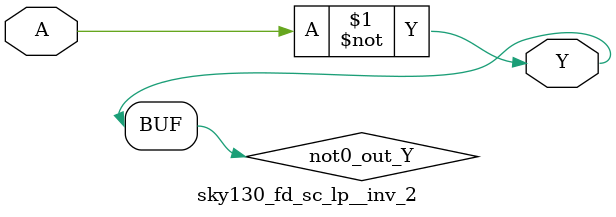
<source format=v>
/*
 * Copyright 2020 The SkyWater PDK Authors
 *
 * Licensed under the Apache License, Version 2.0 (the "License");
 * you may not use this file except in compliance with the License.
 * You may obtain a copy of the License at
 *
 *     https://www.apache.org/licenses/LICENSE-2.0
 *
 * Unless required by applicable law or agreed to in writing, software
 * distributed under the License is distributed on an "AS IS" BASIS,
 * WITHOUT WARRANTIES OR CONDITIONS OF ANY KIND, either express or implied.
 * See the License for the specific language governing permissions and
 * limitations under the License.
 *
 * SPDX-License-Identifier: Apache-2.0
*/


`ifndef SKY130_FD_SC_LP__INV_2_FUNCTIONAL_V
`define SKY130_FD_SC_LP__INV_2_FUNCTIONAL_V

/**
 * inv: Inverter.
 *
 * Verilog simulation functional model.
 */

`timescale 1ns / 1ps
`default_nettype none

`celldefine
module sky130_fd_sc_lp__inv_2 (
    Y,
    A
);

    // Module ports
    output Y;
    input  A;

    // Local signals
    wire not0_out_Y;

    //  Name  Output      Other arguments
    not not0 (not0_out_Y, A              );
    buf buf0 (Y         , not0_out_Y     );

endmodule
`endcelldefine

`default_nettype wire
`endif  // SKY130_FD_SC_LP__INV_2_FUNCTIONAL_V

</source>
